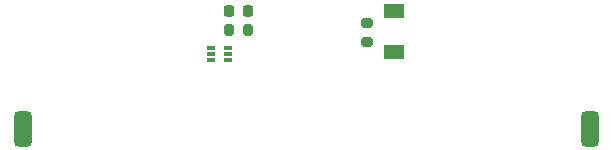
<source format=gtp>
G04 #@! TF.GenerationSoftware,KiCad,Pcbnew,(6.0.5)*
G04 #@! TF.CreationDate,2022-05-28T17:46:07-04:00*
G04 #@! TF.ProjectId,spin-tgd-power,7370696e-2d74-4676-942d-706f7765722e,rev?*
G04 #@! TF.SameCoordinates,Original*
G04 #@! TF.FileFunction,Paste,Top*
G04 #@! TF.FilePolarity,Positive*
%FSLAX46Y46*%
G04 Gerber Fmt 4.6, Leading zero omitted, Abs format (unit mm)*
G04 Created by KiCad (PCBNEW (6.0.5)) date 2022-05-28 17:46:07*
%MOMM*%
%LPD*%
G01*
G04 APERTURE LIST*
G04 Aperture macros list*
%AMRoundRect*
0 Rectangle with rounded corners*
0 $1 Rounding radius*
0 $2 $3 $4 $5 $6 $7 $8 $9 X,Y pos of 4 corners*
0 Add a 4 corners polygon primitive as box body*
4,1,4,$2,$3,$4,$5,$6,$7,$8,$9,$2,$3,0*
0 Add four circle primitives for the rounded corners*
1,1,$1+$1,$2,$3*
1,1,$1+$1,$4,$5*
1,1,$1+$1,$6,$7*
1,1,$1+$1,$8,$9*
0 Add four rect primitives between the rounded corners*
20,1,$1+$1,$2,$3,$4,$5,0*
20,1,$1+$1,$4,$5,$6,$7,0*
20,1,$1+$1,$6,$7,$8,$9,0*
20,1,$1+$1,$8,$9,$2,$3,0*%
G04 Aperture macros list end*
%ADD10RoundRect,0.375000X-0.375000X-1.125000X0.375000X-1.125000X0.375000X1.125000X-0.375000X1.125000X0*%
%ADD11R,1.700000X1.300000*%
%ADD12RoundRect,0.200000X0.200000X0.275000X-0.200000X0.275000X-0.200000X-0.275000X0.200000X-0.275000X0*%
%ADD13RoundRect,0.225000X-0.225000X-0.250000X0.225000X-0.250000X0.225000X0.250000X-0.225000X0.250000X0*%
%ADD14R,0.700000X0.340000*%
%ADD15RoundRect,0.200000X-0.275000X0.200000X-0.275000X-0.200000X0.275000X-0.200000X0.275000X0.200000X0*%
G04 APERTURE END LIST*
D10*
X24000000Y-16250000D03*
D11*
X7400000Y-9750000D03*
X7400000Y-6250000D03*
D12*
X-4975000Y-7900000D03*
X-6625000Y-7900000D03*
D13*
X-6575000Y-6250000D03*
X-5025000Y-6250000D03*
D14*
X-8150000Y-9400000D03*
X-8150000Y-9900000D03*
X-8150000Y-10400000D03*
X-6650000Y-10400000D03*
X-6650000Y-9900000D03*
X-6650000Y-9400000D03*
D10*
X-24000000Y-16250000D03*
D15*
X5100000Y-7275000D03*
X5100000Y-8925000D03*
M02*

</source>
